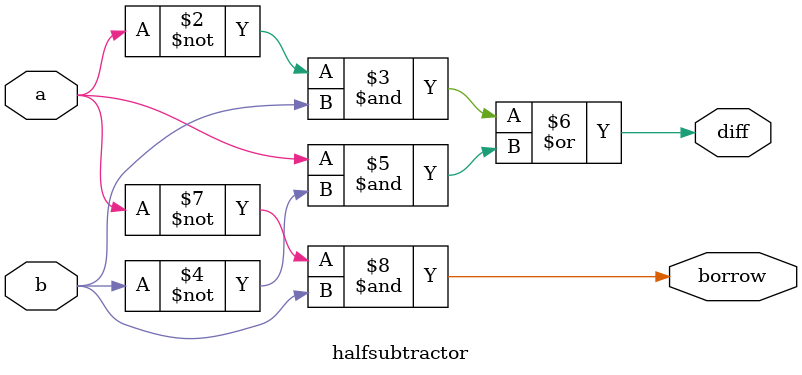
<source format=v>
/*
module halfsubtractor(a,b,diff,borrow);
input a,b;
output diff,borrow;
assign diff=~a&b|a&~b;
assign borrow=~a&b;
endmodule
*/
//gate level
/*
module halfsubtractor(a,b,diff,borrow);
input a,b;
output diff,borrow;
wire w1;
xor x1(diff,a,b);
not n1(w1,a);
and a1(borrow,b,w1);
endmodule
*/
//behavioral
module halfsubtractor(a,b,diff,borrow);
input a,b;
output reg diff,borrow;
always@(a,b)
begin
diff=~a&b|a&~b;
borrow=~a&b;
end
endmodule

</source>
